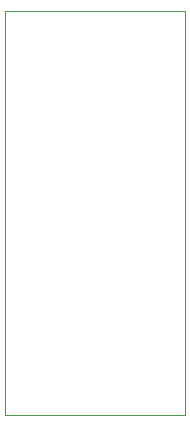
<source format=gbr>
%TF.GenerationSoftware,KiCad,Pcbnew,9.0.2*%
%TF.CreationDate,2025-10-14T12:10:58+02:00*%
%TF.ProjectId,1p6V_to_m1p6V_bias_gum,31703656-5f74-46f5-9f6d-317036565f62,rev?*%
%TF.SameCoordinates,Original*%
%TF.FileFunction,Profile,NP*%
%FSLAX46Y46*%
G04 Gerber Fmt 4.6, Leading zero omitted, Abs format (unit mm)*
G04 Created by KiCad (PCBNEW 9.0.2) date 2025-10-14 12:10:58*
%MOMM*%
%LPD*%
G01*
G04 APERTURE LIST*
%TA.AperFunction,Profile*%
%ADD10C,0.100000*%
%TD*%
G04 APERTURE END LIST*
D10*
X80970000Y-53920000D02*
X96210000Y-53920000D01*
X96210000Y-60245000D02*
X96210000Y-53920000D01*
X80970000Y-60245000D02*
X80970000Y-53920000D01*
%TO.C,CG1*%
X80970000Y-60245000D02*
X80970000Y-88185000D01*
X80970000Y-88185000D02*
X96210000Y-88185000D01*
X96210000Y-88185000D02*
X96210000Y-60245000D01*
%TD*%
M02*

</source>
